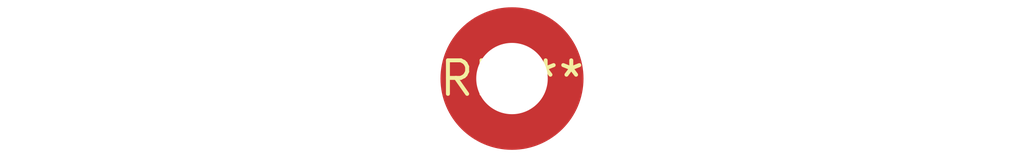
<source format=kicad_pcb>
(kicad_pcb (version 20240108) (generator pcbnew)
  (layers (0 "F.Cu" signal) (31 "B.Cu" signal) (34 "B.Paste" user) (35 "F.Paste" user) (36 "B.SilkS" user "B.Silkscreen") (37 "F.SilkS" user "F.Silkscreen") (38 "B.Mask" user) (39 "F.Mask" user) (44 "Edge.Cuts" user))
  (net 0 "")
  (footprint "MountingHole_2.7mm_M2.5_Pad_TopOnly" (layer "F.Cu") (at 0 0)
    (property "Reference" "REF**")
    (property "Value" "MountingHole_2.7mm_M2.5_Pad_TopOnly")
    (pad "1" thru_hole circle (at 0 0) (size 3.1 3.1) (drill 2.7) (layers *.Cu *.Mask) (remove_unused_layers))
    (pad "1" connect circle (at 0 0) (size 5.4 5.4) (layers "F.Cu" "F.Mask"))
  )
)
</source>
